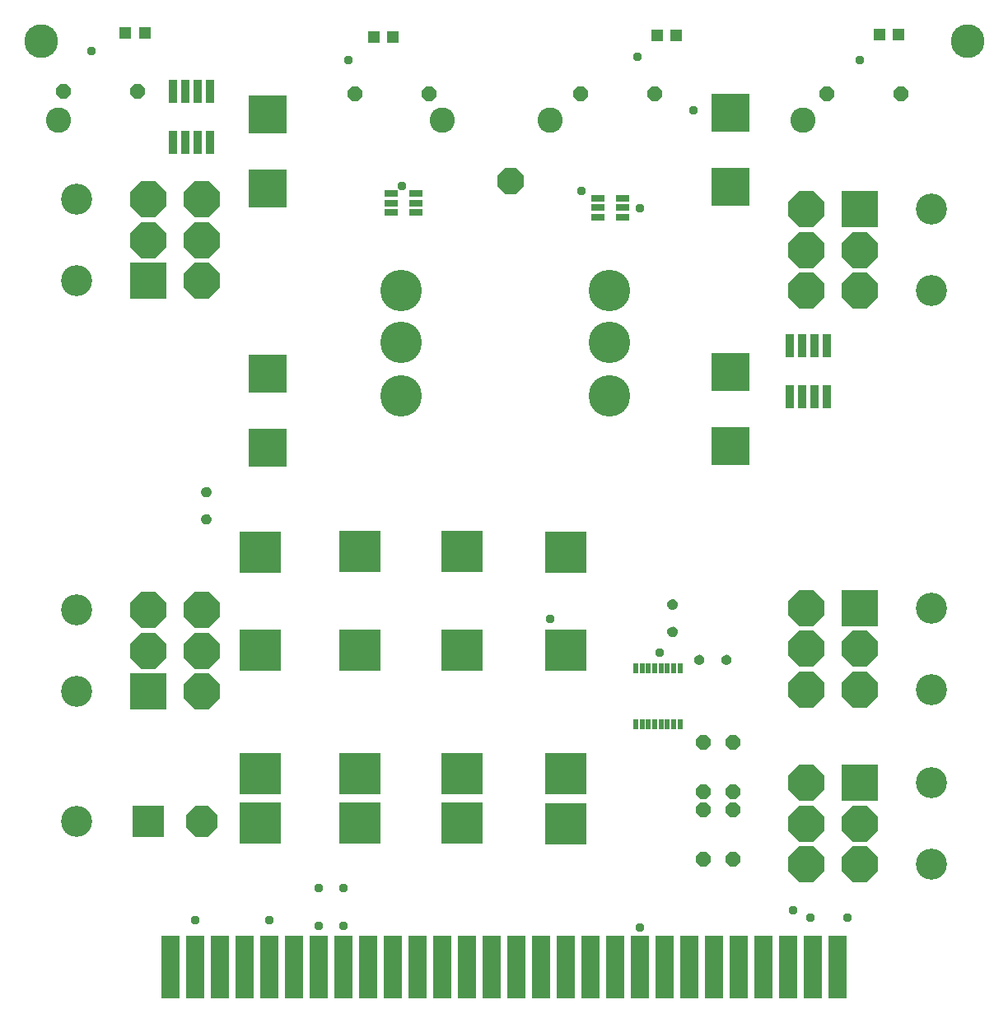
<source format=gts>
G75*
%MOIN*%
%OFA0B0*%
%FSLAX25Y25*%
%IPPOS*%
%LPD*%
%AMOC8*
5,1,8,0,0,1.08239X$1,22.5*
%
%ADD10C,0.13650*%
%ADD11OC8,0.14580*%
%ADD12R,0.14580X0.14580*%
%ADD13C,0.12611*%
%ADD14R,0.05524X0.02965*%
%ADD15OC8,0.06000*%
%ADD16C,0.00500*%
%ADD17C,0.16800*%
%ADD18R,0.16548X0.16548*%
%ADD19R,0.15800X0.15800*%
%ADD20R,0.02178X0.04343*%
%ADD21R,0.03200X0.09500*%
%ADD22R,0.05131X0.05131*%
%ADD23R,0.07300X0.25800*%
%ADD24OC8,0.10800*%
%ADD25C,0.10249*%
%ADD26OC8,0.12611*%
%ADD27R,0.12611X0.12611*%
%ADD28C,0.03778*%
D10*
X0013850Y0392500D03*
X0388850Y0392500D03*
D11*
X0323744Y0324305D03*
X0323744Y0307805D03*
X0323744Y0291305D03*
X0345444Y0291305D03*
X0345444Y0307805D03*
X0323744Y0162888D03*
X0323744Y0146388D03*
X0323744Y0129888D03*
X0345444Y0129888D03*
X0345444Y0146388D03*
X0323744Y0091939D03*
X0323744Y0075439D03*
X0323744Y0058939D03*
X0345444Y0058939D03*
X0345444Y0075439D03*
X0078850Y0129002D03*
X0078850Y0145502D03*
X0078850Y0162002D03*
X0057150Y0162002D03*
X0057150Y0145502D03*
X0078857Y0295242D03*
X0078857Y0311742D03*
X0078857Y0328242D03*
X0057157Y0328242D03*
X0057157Y0311742D03*
D12*
X0057157Y0295242D03*
X0057150Y0129002D03*
X0345444Y0162888D03*
X0345444Y0091939D03*
X0345444Y0324305D03*
D13*
X0374185Y0324305D03*
X0374185Y0291305D03*
X0374185Y0162888D03*
X0374185Y0129888D03*
X0374185Y0091939D03*
X0374185Y0058939D03*
X0028410Y0076500D03*
X0028410Y0129002D03*
X0028410Y0162002D03*
X0028417Y0295242D03*
X0028417Y0328242D03*
D14*
X0155483Y0326850D03*
X0155483Y0323110D03*
X0155483Y0330591D03*
X0165720Y0330591D03*
X0165720Y0326850D03*
X0165720Y0323110D03*
X0239145Y0324931D03*
X0239145Y0321191D03*
X0239145Y0328671D03*
X0249382Y0328671D03*
X0249382Y0324931D03*
X0249382Y0321191D03*
D15*
X0262413Y0371142D03*
X0232413Y0371142D03*
X0171025Y0370994D03*
X0141025Y0370994D03*
X0052915Y0372028D03*
X0022915Y0372028D03*
X0281960Y0108307D03*
X0293820Y0108258D03*
X0293820Y0088258D03*
X0293820Y0080945D03*
X0281960Y0080945D03*
X0281960Y0088307D03*
X0281960Y0060945D03*
X0293820Y0060945D03*
X0331970Y0371093D03*
X0361970Y0371093D03*
D16*
X0270282Y0165769D02*
X0270608Y0165561D01*
X0270879Y0165285D01*
X0271081Y0164957D01*
X0271206Y0164591D01*
X0271246Y0164207D01*
X0271212Y0163825D01*
X0271094Y0163461D01*
X0270898Y0163132D01*
X0270633Y0162855D01*
X0270314Y0162643D01*
X0269955Y0162508D01*
X0269576Y0162457D01*
X0269175Y0162492D01*
X0268792Y0162615D01*
X0268447Y0162820D01*
X0268155Y0163097D01*
X0267933Y0163432D01*
X0267791Y0163808D01*
X0267736Y0164207D01*
X0267787Y0164600D01*
X0267924Y0164972D01*
X0268141Y0165304D01*
X0268426Y0165579D01*
X0268765Y0165784D01*
X0269141Y0165909D01*
X0269535Y0165946D01*
X0269919Y0165900D01*
X0270282Y0165769D01*
X0270647Y0165521D02*
X0268365Y0165521D01*
X0267957Y0165022D02*
X0271041Y0165022D01*
X0271213Y0164524D02*
X0267777Y0164524D01*
X0267761Y0164025D02*
X0271230Y0164025D01*
X0271115Y0163527D02*
X0267897Y0163527D01*
X0268228Y0163028D02*
X0270799Y0163028D01*
X0270011Y0162530D02*
X0269058Y0162530D01*
X0269535Y0154926D02*
X0269919Y0154880D01*
X0270282Y0154749D01*
X0270608Y0154541D01*
X0270879Y0154265D01*
X0271081Y0153937D01*
X0271206Y0153571D01*
X0271246Y0153187D01*
X0271212Y0152805D01*
X0271094Y0152441D01*
X0270898Y0152112D01*
X0270633Y0151835D01*
X0270314Y0151623D01*
X0269955Y0151488D01*
X0269576Y0151437D01*
X0269175Y0151472D01*
X0268792Y0151595D01*
X0268447Y0151800D01*
X0268155Y0152077D01*
X0267933Y0152412D01*
X0267791Y0152788D01*
X0267736Y0153187D01*
X0267787Y0153580D01*
X0267924Y0153951D01*
X0268141Y0154283D01*
X0268426Y0154559D01*
X0268765Y0154764D01*
X0269141Y0154889D01*
X0269535Y0154926D01*
X0270588Y0154553D02*
X0268420Y0154553D01*
X0267991Y0154055D02*
X0271008Y0154055D01*
X0271207Y0153556D02*
X0267784Y0153556D01*
X0267754Y0153058D02*
X0271234Y0153058D01*
X0271132Y0152559D02*
X0267877Y0152559D01*
X0268173Y0152061D02*
X0270849Y0152061D01*
X0270152Y0151562D02*
X0268893Y0151562D01*
X0278883Y0142880D02*
X0279160Y0143171D01*
X0279495Y0143393D01*
X0279871Y0143536D01*
X0280269Y0143591D01*
X0280662Y0143540D01*
X0281034Y0143402D01*
X0281366Y0143186D01*
X0281641Y0142901D01*
X0281846Y0142562D01*
X0281971Y0142185D01*
X0282009Y0141791D01*
X0281962Y0141407D01*
X0281831Y0141044D01*
X0281623Y0140719D01*
X0281348Y0140448D01*
X0281019Y0140245D01*
X0280653Y0140121D01*
X0280269Y0140081D01*
X0279887Y0140115D01*
X0279523Y0140233D01*
X0279194Y0140429D01*
X0278917Y0140693D01*
X0278706Y0141013D01*
X0278571Y0141371D01*
X0278519Y0141751D01*
X0278554Y0142151D01*
X0278677Y0142534D01*
X0278883Y0142880D01*
X0279080Y0143088D02*
X0281461Y0143088D01*
X0281830Y0142589D02*
X0278710Y0142589D01*
X0278549Y0142091D02*
X0281980Y0142091D01*
X0281985Y0141592D02*
X0278541Y0141592D01*
X0278675Y0141094D02*
X0281849Y0141094D01*
X0281498Y0140595D02*
X0279020Y0140595D01*
X0280091Y0140097D02*
X0280422Y0140097D01*
X0280303Y0143586D02*
X0280237Y0143586D01*
X0289574Y0142151D02*
X0289697Y0142534D01*
X0289903Y0142880D01*
X0290180Y0143171D01*
X0290515Y0143393D01*
X0290891Y0143536D01*
X0291289Y0143591D01*
X0291682Y0143540D01*
X0292054Y0143402D01*
X0292386Y0143186D01*
X0292661Y0142901D01*
X0292866Y0142562D01*
X0292991Y0142185D01*
X0293029Y0141791D01*
X0292982Y0141407D01*
X0292852Y0141044D01*
X0292643Y0140719D01*
X0292368Y0140448D01*
X0292039Y0140245D01*
X0291673Y0140121D01*
X0291289Y0140081D01*
X0290907Y0140115D01*
X0290543Y0140233D01*
X0290214Y0140429D01*
X0289937Y0140693D01*
X0289726Y0141013D01*
X0289591Y0141371D01*
X0289539Y0141751D01*
X0289574Y0142151D01*
X0289569Y0142091D02*
X0293000Y0142091D01*
X0293005Y0141592D02*
X0289561Y0141592D01*
X0289695Y0141094D02*
X0292869Y0141094D01*
X0292518Y0140595D02*
X0290040Y0140595D01*
X0291111Y0140097D02*
X0291442Y0140097D01*
X0292850Y0142589D02*
X0289730Y0142589D01*
X0290100Y0143088D02*
X0292481Y0143088D01*
X0291323Y0143586D02*
X0291257Y0143586D01*
X0082508Y0198379D02*
X0082370Y0198007D01*
X0082154Y0197675D01*
X0081869Y0197399D01*
X0081530Y0197194D01*
X0081154Y0197070D01*
X0080759Y0197032D01*
X0080376Y0197078D01*
X0080012Y0197209D01*
X0079687Y0197417D01*
X0079416Y0197693D01*
X0079213Y0198022D01*
X0079089Y0198387D01*
X0079049Y0198772D01*
X0079083Y0199153D01*
X0079201Y0199518D01*
X0079397Y0199847D01*
X0079661Y0200124D01*
X0079981Y0200335D01*
X0080339Y0200470D01*
X0080719Y0200522D01*
X0081119Y0200487D01*
X0081502Y0200363D01*
X0081848Y0200158D01*
X0082139Y0199881D01*
X0082361Y0199546D01*
X0082504Y0199170D01*
X0082559Y0198772D01*
X0082508Y0198379D01*
X0082513Y0198422D02*
X0079085Y0198422D01*
X0079062Y0198921D02*
X0082538Y0198921D01*
X0082409Y0199419D02*
X0079169Y0199419D01*
X0079465Y0199918D02*
X0082100Y0199918D01*
X0081337Y0200416D02*
X0080197Y0200416D01*
X0079273Y0197924D02*
X0082316Y0197924D01*
X0081896Y0197425D02*
X0079679Y0197425D01*
X0080759Y0208052D02*
X0080376Y0208098D01*
X0080012Y0208229D01*
X0079687Y0208437D01*
X0079416Y0208713D01*
X0079213Y0209042D01*
X0079089Y0209407D01*
X0079049Y0209792D01*
X0079083Y0210173D01*
X0079201Y0210538D01*
X0079397Y0210867D01*
X0079661Y0211144D01*
X0079981Y0211355D01*
X0080339Y0211490D01*
X0080719Y0211542D01*
X0081119Y0211507D01*
X0081502Y0211383D01*
X0081848Y0211178D01*
X0082139Y0210901D01*
X0082361Y0210566D01*
X0082504Y0210190D01*
X0082559Y0209792D01*
X0082508Y0209399D01*
X0082370Y0209027D01*
X0082154Y0208695D01*
X0081869Y0208419D01*
X0081530Y0208214D01*
X0081154Y0208090D01*
X0080759Y0208052D01*
X0079757Y0208393D02*
X0081825Y0208393D01*
X0082282Y0208891D02*
X0079306Y0208891D01*
X0079095Y0209390D02*
X0082504Y0209390D01*
X0082545Y0209888D02*
X0079057Y0209888D01*
X0079152Y0210387D02*
X0082429Y0210387D01*
X0082150Y0210885D02*
X0079415Y0210885D01*
X0080057Y0211384D02*
X0081501Y0211384D01*
D17*
X0159765Y0248785D03*
X0159765Y0270285D03*
X0159765Y0291285D03*
X0243968Y0291285D03*
X0243968Y0270285D03*
X0243968Y0248785D03*
D18*
X0226202Y0185335D03*
X0226202Y0145571D03*
X0184421Y0145817D03*
X0184421Y0185581D03*
X0143082Y0185581D03*
X0143082Y0145817D03*
X0102728Y0145768D03*
X0102728Y0185531D03*
X0102728Y0095768D03*
X0102728Y0075689D03*
X0143082Y0075738D03*
X0143082Y0095817D03*
X0184421Y0095817D03*
X0184421Y0075738D03*
X0226202Y0075492D03*
X0226202Y0095571D03*
D19*
X0292836Y0228258D03*
X0292836Y0258258D03*
X0292836Y0333258D03*
X0292836Y0363258D03*
X0105533Y0362569D03*
X0105533Y0332569D03*
X0105533Y0257569D03*
X0105533Y0227569D03*
D20*
X0254647Y0138514D03*
X0257206Y0138514D03*
X0259765Y0138514D03*
X0262324Y0138514D03*
X0264883Y0138514D03*
X0267443Y0138514D03*
X0270002Y0138514D03*
X0272561Y0138514D03*
X0272561Y0115876D03*
X0270002Y0115876D03*
X0267443Y0115876D03*
X0264883Y0115876D03*
X0262324Y0115876D03*
X0259765Y0115876D03*
X0257206Y0115876D03*
X0254647Y0115876D03*
D21*
X0317128Y0248539D03*
X0322128Y0248539D03*
X0327128Y0248539D03*
X0332128Y0248539D03*
X0332128Y0269139D03*
X0327128Y0269139D03*
X0322128Y0269139D03*
X0317128Y0269139D03*
X0082374Y0351442D03*
X0077374Y0351442D03*
X0072374Y0351442D03*
X0067374Y0351442D03*
X0067374Y0372042D03*
X0072374Y0372042D03*
X0077374Y0372042D03*
X0082374Y0372042D03*
D22*
X0055976Y0395600D03*
X0048102Y0395600D03*
X0148496Y0394222D03*
X0156370Y0394222D03*
X0263161Y0394764D03*
X0271035Y0394764D03*
X0353220Y0395010D03*
X0361094Y0395010D03*
D23*
X0066411Y0017500D03*
X0076411Y0017500D03*
X0086411Y0017500D03*
X0096411Y0017500D03*
X0106411Y0017500D03*
X0116411Y0017500D03*
X0126411Y0017500D03*
X0136411Y0017500D03*
X0146411Y0017500D03*
X0156411Y0017500D03*
X0166411Y0017500D03*
X0176411Y0017500D03*
X0186411Y0017500D03*
X0196411Y0017500D03*
X0206411Y0017500D03*
X0216411Y0017500D03*
X0226411Y0017500D03*
X0236411Y0017500D03*
X0246411Y0017500D03*
X0256411Y0017500D03*
X0266411Y0017500D03*
X0276411Y0017500D03*
X0286411Y0017500D03*
X0296411Y0017500D03*
X0306411Y0017500D03*
X0316411Y0017500D03*
X0326411Y0017500D03*
X0336411Y0017500D03*
D24*
X0204106Y0335709D03*
D25*
X0219854Y0360315D03*
X0176405Y0360315D03*
X0322216Y0360315D03*
X0021035Y0360315D03*
D26*
X0078850Y0076500D03*
D27*
X0057150Y0076500D03*
D28*
X0076153Y0036496D03*
X0106411Y0036496D03*
X0126411Y0034000D03*
X0136411Y0034000D03*
X0136350Y0049500D03*
X0126350Y0049500D03*
X0219854Y0158543D03*
X0264145Y0144764D03*
X0318279Y0040433D03*
X0325169Y0037480D03*
X0340443Y0037480D03*
X0256411Y0033543D03*
X0256271Y0324882D03*
X0232649Y0331772D03*
X0277925Y0364252D03*
X0255287Y0385906D03*
X0345259Y0384874D03*
X0159815Y0333740D03*
X0138456Y0384874D03*
X0034236Y0388280D03*
M02*

</source>
